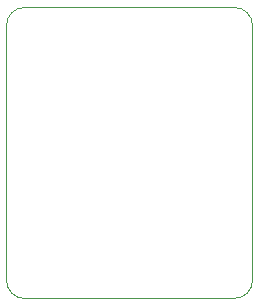
<source format=gbr>
%TF.GenerationSoftware,KiCad,Pcbnew,(5.1.10-1-10_14)*%
%TF.CreationDate,2021-09-09T23:45:50-04:00*%
%TF.ProjectId,breadboard-clock,62726561-6462-46f6-9172-642d636c6f63,rev?*%
%TF.SameCoordinates,Original*%
%TF.FileFunction,Profile,NP*%
%FSLAX46Y46*%
G04 Gerber Fmt 4.6, Leading zero omitted, Abs format (unit mm)*
G04 Created by KiCad (PCBNEW (5.1.10-1-10_14)) date 2021-09-09 23:45:50*
%MOMM*%
%LPD*%
G01*
G04 APERTURE LIST*
%TA.AperFunction,Profile*%
%ADD10C,0.050000*%
%TD*%
G04 APERTURE END LIST*
D10*
X201930000Y-99568000D02*
X219710000Y-99568000D01*
X200406000Y-76454000D02*
X200406000Y-98044000D01*
X219710000Y-74930000D02*
X201930000Y-74930000D01*
X221234000Y-98044000D02*
X221234000Y-76454000D01*
X201930000Y-99568000D02*
G75*
G02*
X200406000Y-98044000I0J1524000D01*
G01*
X221234000Y-98044000D02*
G75*
G02*
X219710000Y-99568000I-1524000J0D01*
G01*
X219710000Y-74930000D02*
G75*
G02*
X221234000Y-76454000I0J-1524000D01*
G01*
X200406000Y-76454000D02*
G75*
G02*
X201930000Y-74930000I1524000J0D01*
G01*
M02*

</source>
